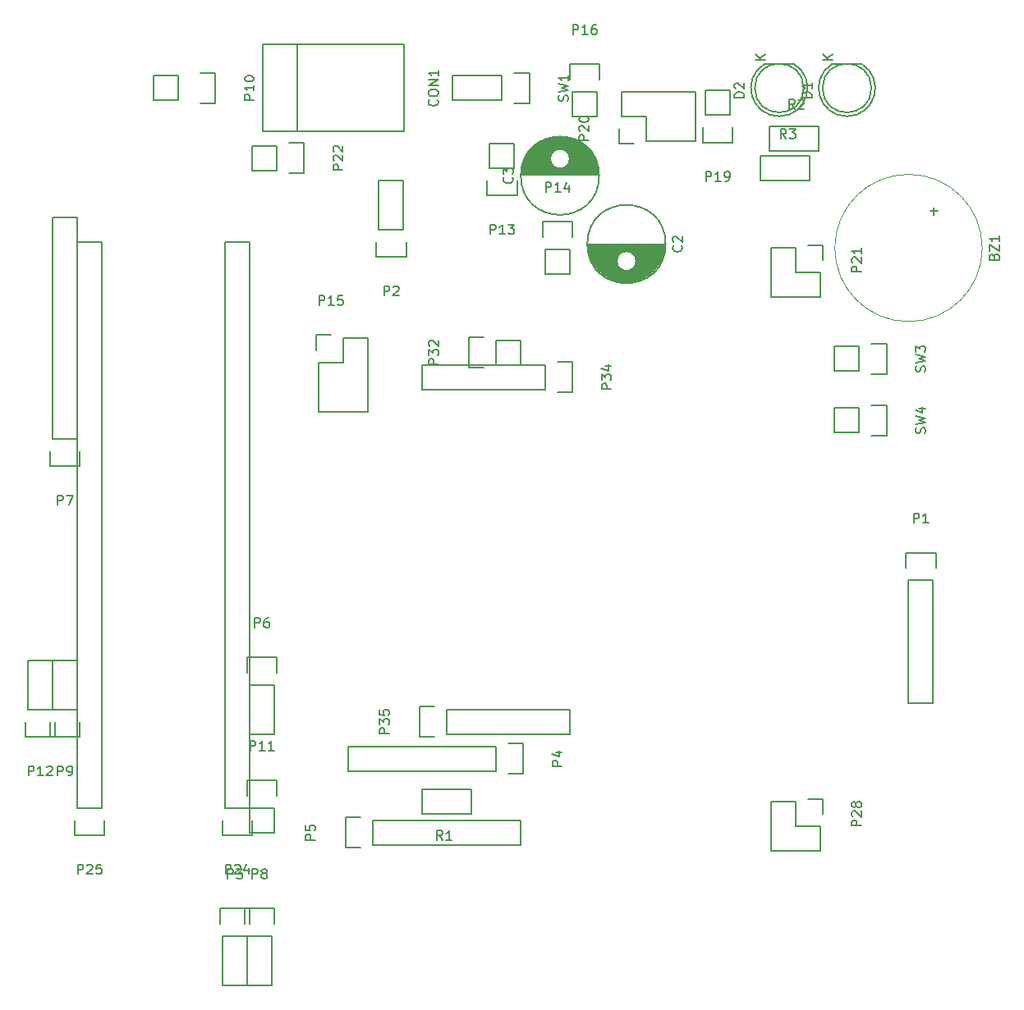
<source format=gbr>
G04 #@! TF.FileFunction,Legend,Top*
%FSLAX46Y46*%
G04 Gerber Fmt 4.6, Leading zero omitted, Abs format (unit mm)*
G04 Created by KiCad (PCBNEW 4.0.5+dfsg1-4) date Sat Dec 23 15:02:43 2017*
%MOMM*%
%LPD*%
G01*
G04 APERTURE LIST*
%ADD10C,0.100000*%
%ADD11C,0.150000*%
%ADD12C,0.120000*%
G04 APERTURE END LIST*
D10*
D11*
X72060000Y-127940000D02*
X72060000Y-69520000D01*
X74600000Y-127940000D02*
X74600000Y-69520000D01*
X74600000Y-69520000D02*
X72060000Y-69520000D01*
X71780000Y-130760000D02*
X71780000Y-129210000D01*
X72060000Y-127940000D02*
X74600000Y-127940000D01*
X74880000Y-129210000D02*
X74880000Y-130760000D01*
X74880000Y-130760000D02*
X71780000Y-130760000D01*
X134670096Y-51160112D02*
G75*
G03X137695000Y-51145000I1524904J-2484888D01*
G01*
X134695000Y-51145000D02*
X137695000Y-51145000D01*
X138712936Y-53645000D02*
G75*
G03X138712936Y-53645000I-2517936J0D01*
G01*
X67250000Y-54915000D02*
X64710000Y-54915000D01*
X71070000Y-55195000D02*
X69520000Y-55195000D01*
X67250000Y-54915000D02*
X67250000Y-52375000D01*
X69520000Y-52095000D02*
X71070000Y-52095000D01*
X71070000Y-52095000D02*
X71070000Y-55195000D01*
X67250000Y-52375000D02*
X64710000Y-52375000D01*
X64710000Y-52375000D02*
X64710000Y-54915000D01*
X132140000Y-69860000D02*
X133690000Y-69860000D01*
X133690000Y-71410000D02*
X133690000Y-69860000D01*
X130870000Y-70140000D02*
X130870000Y-72680000D01*
X130870000Y-72680000D02*
X133410000Y-72680000D01*
X133410000Y-72680000D02*
X133410000Y-75220000D01*
X133410000Y-75220000D02*
X128330000Y-75220000D01*
X128330000Y-75220000D02*
X128330000Y-70140000D01*
X128330000Y-70140000D02*
X130870000Y-70140000D01*
X132140000Y-127000000D02*
X133690000Y-127000000D01*
X133690000Y-128550000D02*
X133690000Y-127000000D01*
X130870000Y-127280000D02*
X130870000Y-129820000D01*
X130870000Y-129820000D02*
X133410000Y-129820000D01*
X133410000Y-129820000D02*
X133410000Y-132360000D01*
X133410000Y-132360000D02*
X128330000Y-132360000D01*
X128330000Y-132360000D02*
X128330000Y-127280000D01*
X128330000Y-127280000D02*
X130870000Y-127280000D01*
X94920000Y-117780000D02*
X107620000Y-117780000D01*
X107620000Y-117780000D02*
X107620000Y-120320000D01*
X107620000Y-120320000D02*
X94920000Y-120320000D01*
X92100000Y-117500000D02*
X93650000Y-117500000D01*
X94920000Y-117780000D02*
X94920000Y-120320000D01*
X93650000Y-120600000D02*
X92100000Y-120600000D01*
X92100000Y-120600000D02*
X92100000Y-117500000D01*
X117461000Y-69821000D02*
X109463000Y-69821000D01*
X117456000Y-69961000D02*
X109468000Y-69961000D01*
X117446000Y-70101000D02*
X109478000Y-70101000D01*
X117431000Y-70241000D02*
X109493000Y-70241000D01*
X117411000Y-70381000D02*
X109513000Y-70381000D01*
X117386000Y-70521000D02*
X113684000Y-70521000D01*
X113240000Y-70521000D02*
X109538000Y-70521000D01*
X117356000Y-70661000D02*
X114012000Y-70661000D01*
X112912000Y-70661000D02*
X109568000Y-70661000D01*
X117320000Y-70801000D02*
X114181000Y-70801000D01*
X112743000Y-70801000D02*
X109604000Y-70801000D01*
X117279000Y-70941000D02*
X114294000Y-70941000D01*
X112630000Y-70941000D02*
X109645000Y-70941000D01*
X117233000Y-71081000D02*
X114372000Y-71081000D01*
X112552000Y-71081000D02*
X109691000Y-71081000D01*
X117180000Y-71221000D02*
X114423000Y-71221000D01*
X112501000Y-71221000D02*
X109744000Y-71221000D01*
X117121000Y-71361000D02*
X114453000Y-71361000D01*
X112471000Y-71361000D02*
X109803000Y-71361000D01*
X117056000Y-71501000D02*
X114462000Y-71501000D01*
X112462000Y-71501000D02*
X109868000Y-71501000D01*
X116985000Y-71641000D02*
X114451000Y-71641000D01*
X112473000Y-71641000D02*
X109939000Y-71641000D01*
X116906000Y-71781000D02*
X114421000Y-71781000D01*
X112503000Y-71781000D02*
X110018000Y-71781000D01*
X116819000Y-71921000D02*
X114367000Y-71921000D01*
X112557000Y-71921000D02*
X110105000Y-71921000D01*
X116724000Y-72061000D02*
X114287000Y-72061000D01*
X112637000Y-72061000D02*
X110200000Y-72061000D01*
X116620000Y-72201000D02*
X114171000Y-72201000D01*
X112753000Y-72201000D02*
X110304000Y-72201000D01*
X116506000Y-72341000D02*
X113997000Y-72341000D01*
X112927000Y-72341000D02*
X110418000Y-72341000D01*
X116381000Y-72481000D02*
X113635000Y-72481000D01*
X113289000Y-72481000D02*
X110543000Y-72481000D01*
X116243000Y-72621000D02*
X110681000Y-72621000D01*
X116091000Y-72761000D02*
X110833000Y-72761000D01*
X115921000Y-72901000D02*
X111003000Y-72901000D01*
X115730000Y-73041000D02*
X111194000Y-73041000D01*
X115512000Y-73181000D02*
X111412000Y-73181000D01*
X115256000Y-73321000D02*
X111668000Y-73321000D01*
X114945000Y-73461000D02*
X111979000Y-73461000D01*
X114529000Y-73601000D02*
X112395000Y-73601000D01*
X113662000Y-73741000D02*
X113262000Y-73741000D01*
X114462000Y-71496000D02*
G75*
G03X114462000Y-71496000I-1000000J0D01*
G01*
X117499500Y-69746000D02*
G75*
G03X117499500Y-69746000I-4037500J0D01*
G01*
X102605000Y-62615000D02*
X110603000Y-62615000D01*
X102610000Y-62475000D02*
X110598000Y-62475000D01*
X102620000Y-62335000D02*
X110588000Y-62335000D01*
X102635000Y-62195000D02*
X110573000Y-62195000D01*
X102655000Y-62055000D02*
X110553000Y-62055000D01*
X102680000Y-61915000D02*
X106382000Y-61915000D01*
X106826000Y-61915000D02*
X110528000Y-61915000D01*
X102710000Y-61775000D02*
X106054000Y-61775000D01*
X107154000Y-61775000D02*
X110498000Y-61775000D01*
X102746000Y-61635000D02*
X105885000Y-61635000D01*
X107323000Y-61635000D02*
X110462000Y-61635000D01*
X102787000Y-61495000D02*
X105772000Y-61495000D01*
X107436000Y-61495000D02*
X110421000Y-61495000D01*
X102833000Y-61355000D02*
X105694000Y-61355000D01*
X107514000Y-61355000D02*
X110375000Y-61355000D01*
X102886000Y-61215000D02*
X105643000Y-61215000D01*
X107565000Y-61215000D02*
X110322000Y-61215000D01*
X102945000Y-61075000D02*
X105613000Y-61075000D01*
X107595000Y-61075000D02*
X110263000Y-61075000D01*
X103010000Y-60935000D02*
X105604000Y-60935000D01*
X107604000Y-60935000D02*
X110198000Y-60935000D01*
X103081000Y-60795000D02*
X105615000Y-60795000D01*
X107593000Y-60795000D02*
X110127000Y-60795000D01*
X103160000Y-60655000D02*
X105645000Y-60655000D01*
X107563000Y-60655000D02*
X110048000Y-60655000D01*
X103247000Y-60515000D02*
X105699000Y-60515000D01*
X107509000Y-60515000D02*
X109961000Y-60515000D01*
X103342000Y-60375000D02*
X105779000Y-60375000D01*
X107429000Y-60375000D02*
X109866000Y-60375000D01*
X103446000Y-60235000D02*
X105895000Y-60235000D01*
X107313000Y-60235000D02*
X109762000Y-60235000D01*
X103560000Y-60095000D02*
X106069000Y-60095000D01*
X107139000Y-60095000D02*
X109648000Y-60095000D01*
X103685000Y-59955000D02*
X106431000Y-59955000D01*
X106777000Y-59955000D02*
X109523000Y-59955000D01*
X103823000Y-59815000D02*
X109385000Y-59815000D01*
X103975000Y-59675000D02*
X109233000Y-59675000D01*
X104145000Y-59535000D02*
X109063000Y-59535000D01*
X104336000Y-59395000D02*
X108872000Y-59395000D01*
X104554000Y-59255000D02*
X108654000Y-59255000D01*
X104810000Y-59115000D02*
X108398000Y-59115000D01*
X105121000Y-58975000D02*
X108087000Y-58975000D01*
X105537000Y-58835000D02*
X107671000Y-58835000D01*
X106404000Y-58695000D02*
X106804000Y-58695000D01*
X107604000Y-60940000D02*
G75*
G03X107604000Y-60940000I-1000000J0D01*
G01*
X110641500Y-62690000D02*
G75*
G03X110641500Y-62690000I-4037500J0D01*
G01*
X79489500Y-49144120D02*
X79489500Y-58145880D01*
X75989380Y-49144120D02*
X75989380Y-58145880D01*
X75989380Y-58145880D02*
X90490240Y-58145880D01*
X90490240Y-58145880D02*
X90490240Y-49144120D01*
X90490240Y-49144120D02*
X75989380Y-49144120D01*
X127685096Y-51160112D02*
G75*
G03X130710000Y-51145000I1524904J-2484888D01*
G01*
X127710000Y-51145000D02*
X130710000Y-51145000D01*
X131727936Y-53645000D02*
G75*
G03X131727936Y-53645000I-2517936J0D01*
G01*
X90475000Y-68250000D02*
X90475000Y-63170000D01*
X90475000Y-63170000D02*
X87935000Y-63170000D01*
X87935000Y-63170000D02*
X87935000Y-68250000D01*
X87655000Y-71070000D02*
X87655000Y-69520000D01*
X87935000Y-68250000D02*
X90475000Y-68250000D01*
X90755000Y-69520000D02*
X90755000Y-71070000D01*
X90755000Y-71070000D02*
X87655000Y-71070000D01*
X100000000Y-124130000D02*
X84760000Y-124130000D01*
X84760000Y-124130000D02*
X84760000Y-121590000D01*
X84760000Y-121590000D02*
X100000000Y-121590000D01*
X102820000Y-124410000D02*
X101270000Y-124410000D01*
X100000000Y-124130000D02*
X100000000Y-121590000D01*
X101270000Y-121310000D02*
X102820000Y-121310000D01*
X102820000Y-121310000D02*
X102820000Y-124410000D01*
X87300000Y-129210000D02*
X102540000Y-129210000D01*
X102540000Y-129210000D02*
X102540000Y-131750000D01*
X102540000Y-131750000D02*
X87300000Y-131750000D01*
X84480000Y-128930000D02*
X86030000Y-128930000D01*
X87300000Y-129210000D02*
X87300000Y-131750000D01*
X86030000Y-132030000D02*
X84480000Y-132030000D01*
X84480000Y-132030000D02*
X84480000Y-128930000D01*
X121590000Y-56439000D02*
X121590000Y-53899000D01*
X121310000Y-59259000D02*
X121310000Y-57709000D01*
X121590000Y-56439000D02*
X124130000Y-56439000D01*
X124410000Y-57709000D02*
X124410000Y-59259000D01*
X124410000Y-59259000D02*
X121310000Y-59259000D01*
X124130000Y-56439000D02*
X124130000Y-53899000D01*
X124130000Y-53899000D02*
X121590000Y-53899000D01*
X115494000Y-59106000D02*
X120574000Y-59106000D01*
X112674000Y-59386000D02*
X112674000Y-57836000D01*
X112954000Y-56566000D02*
X115494000Y-56566000D01*
X115494000Y-56566000D02*
X115494000Y-59106000D01*
X120574000Y-59106000D02*
X120574000Y-54026000D01*
X120574000Y-54026000D02*
X115494000Y-54026000D01*
X112674000Y-59386000D02*
X114224000Y-59386000D01*
X112954000Y-54026000D02*
X112954000Y-56566000D01*
X115494000Y-54026000D02*
X112954000Y-54026000D01*
X77394000Y-62154000D02*
X74854000Y-62154000D01*
X80214000Y-62434000D02*
X78664000Y-62434000D01*
X77394000Y-62154000D02*
X77394000Y-59614000D01*
X78664000Y-59334000D02*
X80214000Y-59334000D01*
X80214000Y-59334000D02*
X80214000Y-62434000D01*
X77394000Y-59614000D02*
X74854000Y-59614000D01*
X74854000Y-59614000D02*
X74854000Y-62154000D01*
X56820000Y-127940000D02*
X56820000Y-69520000D01*
X59360000Y-127940000D02*
X59360000Y-69520000D01*
X59360000Y-69520000D02*
X56820000Y-69520000D01*
X56540000Y-130760000D02*
X56540000Y-129210000D01*
X56820000Y-127940000D02*
X59360000Y-127940000D01*
X59640000Y-129210000D02*
X59640000Y-130760000D01*
X59640000Y-130760000D02*
X56540000Y-130760000D01*
X105080000Y-84760000D02*
X92380000Y-84760000D01*
X92380000Y-84760000D02*
X92380000Y-82220000D01*
X92380000Y-82220000D02*
X105080000Y-82220000D01*
X107900000Y-85040000D02*
X106350000Y-85040000D01*
X105080000Y-84760000D02*
X105080000Y-82220000D01*
X106350000Y-81940000D02*
X107900000Y-81940000D01*
X107900000Y-81940000D02*
X107900000Y-85040000D01*
X97460000Y-128575000D02*
X92380000Y-128575000D01*
X92380000Y-128575000D02*
X92380000Y-126035000D01*
X92380000Y-126035000D02*
X97460000Y-126035000D01*
X97460000Y-126035000D02*
X97460000Y-128575000D01*
X128194000Y-57582000D02*
X133274000Y-57582000D01*
X133274000Y-57582000D02*
X133274000Y-60122000D01*
X133274000Y-60122000D02*
X128194000Y-60122000D01*
X128194000Y-60122000D02*
X128194000Y-57582000D01*
X127305000Y-60630000D02*
X132385000Y-60630000D01*
X132385000Y-60630000D02*
X132385000Y-63170000D01*
X132385000Y-63170000D02*
X127305000Y-63170000D01*
X127305000Y-63170000D02*
X127305000Y-60630000D01*
X100635000Y-52375000D02*
X95555000Y-52375000D01*
X95555000Y-52375000D02*
X95555000Y-54915000D01*
X95555000Y-54915000D02*
X100635000Y-54915000D01*
X103455000Y-55195000D02*
X101905000Y-55195000D01*
X100635000Y-54915000D02*
X100635000Y-52375000D01*
X101905000Y-52095000D02*
X103455000Y-52095000D01*
X103455000Y-52095000D02*
X103455000Y-55195000D01*
X137465000Y-82855000D02*
X134925000Y-82855000D01*
X140285000Y-83135000D02*
X138735000Y-83135000D01*
X137465000Y-82855000D02*
X137465000Y-80315000D01*
X138735000Y-80035000D02*
X140285000Y-80035000D01*
X140285000Y-80035000D02*
X140285000Y-83135000D01*
X137465000Y-80315000D02*
X134925000Y-80315000D01*
X134925000Y-80315000D02*
X134925000Y-82855000D01*
X137465000Y-89205000D02*
X134925000Y-89205000D01*
X140285000Y-89485000D02*
X138735000Y-89485000D01*
X137465000Y-89205000D02*
X137465000Y-86665000D01*
X138735000Y-86385000D02*
X140285000Y-86385000D01*
X140285000Y-86385000D02*
X140285000Y-89485000D01*
X137465000Y-86665000D02*
X134925000Y-86665000D01*
X134925000Y-86665000D02*
X134925000Y-89205000D01*
D12*
X150145000Y-70145000D02*
G75*
G03X150145000Y-70145000I-7600000J0D01*
G01*
D11*
X71806000Y-141148000D02*
X71806000Y-146228000D01*
X71806000Y-146228000D02*
X74346000Y-146228000D01*
X74346000Y-146228000D02*
X74346000Y-141148000D01*
X74626000Y-138328000D02*
X74626000Y-139878000D01*
X74346000Y-141148000D02*
X71806000Y-141148000D01*
X71526000Y-139878000D02*
X71526000Y-138328000D01*
X71526000Y-138328000D02*
X74626000Y-138328000D01*
X74346000Y-141148000D02*
X74346000Y-146228000D01*
X74346000Y-146228000D02*
X76886000Y-146228000D01*
X76886000Y-146228000D02*
X76886000Y-141148000D01*
X77166000Y-138328000D02*
X77166000Y-139878000D01*
X76886000Y-141148000D02*
X74346000Y-141148000D01*
X74066000Y-139878000D02*
X74066000Y-138328000D01*
X74066000Y-138328000D02*
X77166000Y-138328000D01*
X74600000Y-115240000D02*
X74600000Y-120320000D01*
X74600000Y-120320000D02*
X77140000Y-120320000D01*
X77140000Y-120320000D02*
X77140000Y-115240000D01*
X77420000Y-112420000D02*
X77420000Y-113970000D01*
X77140000Y-115240000D02*
X74600000Y-115240000D01*
X74320000Y-113970000D02*
X74320000Y-112420000D01*
X74320000Y-112420000D02*
X77420000Y-112420000D01*
X77140000Y-127940000D02*
X77140000Y-130480000D01*
X77420000Y-125120000D02*
X77420000Y-126670000D01*
X77140000Y-127940000D02*
X74600000Y-127940000D01*
X74320000Y-126670000D02*
X74320000Y-125120000D01*
X74320000Y-125120000D02*
X77420000Y-125120000D01*
X74600000Y-127940000D02*
X74600000Y-130480000D01*
X74600000Y-130480000D02*
X77140000Y-130480000D01*
X100000000Y-79680000D02*
X102540000Y-79680000D01*
X97180000Y-79400000D02*
X98730000Y-79400000D01*
X100000000Y-79680000D02*
X100000000Y-82220000D01*
X98730000Y-82500000D02*
X97180000Y-82500000D01*
X97180000Y-82500000D02*
X97180000Y-79400000D01*
X100000000Y-82220000D02*
X102540000Y-82220000D01*
X102540000Y-82220000D02*
X102540000Y-79680000D01*
X56820000Y-117780000D02*
X56820000Y-112700000D01*
X56820000Y-112700000D02*
X54280000Y-112700000D01*
X54280000Y-112700000D02*
X54280000Y-117780000D01*
X54000000Y-120600000D02*
X54000000Y-119050000D01*
X54280000Y-117780000D02*
X56820000Y-117780000D01*
X57100000Y-119050000D02*
X57100000Y-120600000D01*
X57100000Y-120600000D02*
X54000000Y-120600000D01*
X145085000Y-104445000D02*
X145085000Y-117145000D01*
X145085000Y-117145000D02*
X142545000Y-117145000D01*
X142545000Y-117145000D02*
X142545000Y-104445000D01*
X145365000Y-101625000D02*
X145365000Y-103175000D01*
X145085000Y-104445000D02*
X142545000Y-104445000D01*
X142265000Y-103175000D02*
X142265000Y-101625000D01*
X142265000Y-101625000D02*
X145365000Y-101625000D01*
X54280000Y-89840000D02*
X54280000Y-66980000D01*
X54280000Y-66980000D02*
X56820000Y-66980000D01*
X56820000Y-66980000D02*
X56820000Y-89840000D01*
X54000000Y-92660000D02*
X54000000Y-91110000D01*
X54280000Y-89840000D02*
X56820000Y-89840000D01*
X57100000Y-91110000D02*
X57100000Y-92660000D01*
X57100000Y-92660000D02*
X54000000Y-92660000D01*
X54280000Y-117780000D02*
X54280000Y-112700000D01*
X54280000Y-112700000D02*
X51740000Y-112700000D01*
X51740000Y-112700000D02*
X51740000Y-117780000D01*
X51460000Y-120600000D02*
X51460000Y-119050000D01*
X51740000Y-117780000D02*
X54280000Y-117780000D01*
X54560000Y-119050000D02*
X54560000Y-120600000D01*
X54560000Y-120600000D02*
X51460000Y-120600000D01*
X99365000Y-61900000D02*
X99365000Y-59360000D01*
X99085000Y-64720000D02*
X99085000Y-63170000D01*
X99365000Y-61900000D02*
X101905000Y-61900000D01*
X102185000Y-63170000D02*
X102185000Y-64720000D01*
X102185000Y-64720000D02*
X99085000Y-64720000D01*
X101905000Y-61900000D02*
X101905000Y-59360000D01*
X101905000Y-59360000D02*
X99365000Y-59360000D01*
X107620000Y-70282000D02*
X107620000Y-72822000D01*
X107900000Y-67462000D02*
X107900000Y-69012000D01*
X107620000Y-70282000D02*
X105080000Y-70282000D01*
X104800000Y-69012000D02*
X104800000Y-67462000D01*
X104800000Y-67462000D02*
X107900000Y-67462000D01*
X105080000Y-70282000D02*
X105080000Y-72822000D01*
X105080000Y-72822000D02*
X107620000Y-72822000D01*
X81712000Y-81966000D02*
X81712000Y-87046000D01*
X81432000Y-79146000D02*
X82982000Y-79146000D01*
X84252000Y-79426000D02*
X84252000Y-81966000D01*
X84252000Y-81966000D02*
X81712000Y-81966000D01*
X81712000Y-87046000D02*
X86792000Y-87046000D01*
X86792000Y-87046000D02*
X86792000Y-81966000D01*
X81432000Y-79146000D02*
X81432000Y-80696000D01*
X86792000Y-79426000D02*
X84252000Y-79426000D01*
X86792000Y-81966000D02*
X86792000Y-79426000D01*
X110414000Y-54026000D02*
X110414000Y-56566000D01*
X110694000Y-51206000D02*
X110694000Y-52756000D01*
X110414000Y-54026000D02*
X107874000Y-54026000D01*
X107594000Y-52756000D02*
X107594000Y-51206000D01*
X107594000Y-51206000D02*
X110694000Y-51206000D01*
X107874000Y-54026000D02*
X107874000Y-56566000D01*
X107874000Y-56566000D02*
X110414000Y-56566000D01*
X72115714Y-134762381D02*
X72115714Y-133762381D01*
X72496667Y-133762381D01*
X72591905Y-133810000D01*
X72639524Y-133857619D01*
X72687143Y-133952857D01*
X72687143Y-134095714D01*
X72639524Y-134190952D01*
X72591905Y-134238571D01*
X72496667Y-134286190D01*
X72115714Y-134286190D01*
X73068095Y-133857619D02*
X73115714Y-133810000D01*
X73210952Y-133762381D01*
X73449048Y-133762381D01*
X73544286Y-133810000D01*
X73591905Y-133857619D01*
X73639524Y-133952857D01*
X73639524Y-134048095D01*
X73591905Y-134190952D01*
X73020476Y-134762381D01*
X73639524Y-134762381D01*
X74496667Y-134095714D02*
X74496667Y-134762381D01*
X74258571Y-133714762D02*
X74020476Y-134429048D01*
X74639524Y-134429048D01*
X132583381Y-54637095D02*
X131583381Y-54637095D01*
X131583381Y-54399000D01*
X131631000Y-54256142D01*
X131726238Y-54160904D01*
X131821476Y-54113285D01*
X132011952Y-54065666D01*
X132154810Y-54065666D01*
X132345286Y-54113285D01*
X132440524Y-54160904D01*
X132535762Y-54256142D01*
X132583381Y-54399000D01*
X132583381Y-54637095D01*
X132583381Y-53113285D02*
X132583381Y-53684714D01*
X132583381Y-53399000D02*
X131583381Y-53399000D01*
X131726238Y-53494238D01*
X131821476Y-53589476D01*
X131869095Y-53684714D01*
X134742381Y-50731905D02*
X133742381Y-50731905D01*
X134742381Y-50160476D02*
X134170952Y-50589048D01*
X133742381Y-50160476D02*
X134313810Y-50731905D01*
X75072381Y-54859286D02*
X74072381Y-54859286D01*
X74072381Y-54478333D01*
X74120000Y-54383095D01*
X74167619Y-54335476D01*
X74262857Y-54287857D01*
X74405714Y-54287857D01*
X74500952Y-54335476D01*
X74548571Y-54383095D01*
X74596190Y-54478333D01*
X74596190Y-54859286D01*
X75072381Y-53335476D02*
X75072381Y-53906905D01*
X75072381Y-53621191D02*
X74072381Y-53621191D01*
X74215238Y-53716429D01*
X74310476Y-53811667D01*
X74358095Y-53906905D01*
X74072381Y-52716429D02*
X74072381Y-52621190D01*
X74120000Y-52525952D01*
X74167619Y-52478333D01*
X74262857Y-52430714D01*
X74453333Y-52383095D01*
X74691429Y-52383095D01*
X74881905Y-52430714D01*
X74977143Y-52478333D01*
X75024762Y-52525952D01*
X75072381Y-52621190D01*
X75072381Y-52716429D01*
X75024762Y-52811667D01*
X74977143Y-52859286D01*
X74881905Y-52906905D01*
X74691429Y-52954524D01*
X74453333Y-52954524D01*
X74262857Y-52906905D01*
X74167619Y-52859286D01*
X74120000Y-52811667D01*
X74072381Y-52716429D01*
X137692381Y-72624286D02*
X136692381Y-72624286D01*
X136692381Y-72243333D01*
X136740000Y-72148095D01*
X136787619Y-72100476D01*
X136882857Y-72052857D01*
X137025714Y-72052857D01*
X137120952Y-72100476D01*
X137168571Y-72148095D01*
X137216190Y-72243333D01*
X137216190Y-72624286D01*
X136787619Y-71671905D02*
X136740000Y-71624286D01*
X136692381Y-71529048D01*
X136692381Y-71290952D01*
X136740000Y-71195714D01*
X136787619Y-71148095D01*
X136882857Y-71100476D01*
X136978095Y-71100476D01*
X137120952Y-71148095D01*
X137692381Y-71719524D01*
X137692381Y-71100476D01*
X137692381Y-70148095D02*
X137692381Y-70719524D01*
X137692381Y-70433810D02*
X136692381Y-70433810D01*
X136835238Y-70529048D01*
X136930476Y-70624286D01*
X136978095Y-70719524D01*
X137692381Y-129764286D02*
X136692381Y-129764286D01*
X136692381Y-129383333D01*
X136740000Y-129288095D01*
X136787619Y-129240476D01*
X136882857Y-129192857D01*
X137025714Y-129192857D01*
X137120952Y-129240476D01*
X137168571Y-129288095D01*
X137216190Y-129383333D01*
X137216190Y-129764286D01*
X136787619Y-128811905D02*
X136740000Y-128764286D01*
X136692381Y-128669048D01*
X136692381Y-128430952D01*
X136740000Y-128335714D01*
X136787619Y-128288095D01*
X136882857Y-128240476D01*
X136978095Y-128240476D01*
X137120952Y-128288095D01*
X137692381Y-128859524D01*
X137692381Y-128240476D01*
X137120952Y-127669048D02*
X137073333Y-127764286D01*
X137025714Y-127811905D01*
X136930476Y-127859524D01*
X136882857Y-127859524D01*
X136787619Y-127811905D01*
X136740000Y-127764286D01*
X136692381Y-127669048D01*
X136692381Y-127478571D01*
X136740000Y-127383333D01*
X136787619Y-127335714D01*
X136882857Y-127288095D01*
X136930476Y-127288095D01*
X137025714Y-127335714D01*
X137073333Y-127383333D01*
X137120952Y-127478571D01*
X137120952Y-127669048D01*
X137168571Y-127764286D01*
X137216190Y-127811905D01*
X137311429Y-127859524D01*
X137501905Y-127859524D01*
X137597143Y-127811905D01*
X137644762Y-127764286D01*
X137692381Y-127669048D01*
X137692381Y-127478571D01*
X137644762Y-127383333D01*
X137597143Y-127335714D01*
X137501905Y-127288095D01*
X137311429Y-127288095D01*
X137216190Y-127335714D01*
X137168571Y-127383333D01*
X137120952Y-127478571D01*
X89002381Y-120264286D02*
X88002381Y-120264286D01*
X88002381Y-119883333D01*
X88050000Y-119788095D01*
X88097619Y-119740476D01*
X88192857Y-119692857D01*
X88335714Y-119692857D01*
X88430952Y-119740476D01*
X88478571Y-119788095D01*
X88526190Y-119883333D01*
X88526190Y-120264286D01*
X88002381Y-119359524D02*
X88002381Y-118740476D01*
X88383333Y-119073810D01*
X88383333Y-118930952D01*
X88430952Y-118835714D01*
X88478571Y-118788095D01*
X88573810Y-118740476D01*
X88811905Y-118740476D01*
X88907143Y-118788095D01*
X88954762Y-118835714D01*
X89002381Y-118930952D01*
X89002381Y-119216667D01*
X88954762Y-119311905D01*
X88907143Y-119359524D01*
X88002381Y-117835714D02*
X88002381Y-118311905D01*
X88478571Y-118359524D01*
X88430952Y-118311905D01*
X88383333Y-118216667D01*
X88383333Y-117978571D01*
X88430952Y-117883333D01*
X88478571Y-117835714D01*
X88573810Y-117788095D01*
X88811905Y-117788095D01*
X88907143Y-117835714D01*
X88954762Y-117883333D01*
X89002381Y-117978571D01*
X89002381Y-118216667D01*
X88954762Y-118311905D01*
X88907143Y-118359524D01*
X119119143Y-69912666D02*
X119166762Y-69960285D01*
X119214381Y-70103142D01*
X119214381Y-70198380D01*
X119166762Y-70341238D01*
X119071524Y-70436476D01*
X118976286Y-70484095D01*
X118785810Y-70531714D01*
X118642952Y-70531714D01*
X118452476Y-70484095D01*
X118357238Y-70436476D01*
X118262000Y-70341238D01*
X118214381Y-70198380D01*
X118214381Y-70103142D01*
X118262000Y-69960285D01*
X118309619Y-69912666D01*
X118309619Y-69531714D02*
X118262000Y-69484095D01*
X118214381Y-69388857D01*
X118214381Y-69150761D01*
X118262000Y-69055523D01*
X118309619Y-69007904D01*
X118404857Y-68960285D01*
X118500095Y-68960285D01*
X118642952Y-69007904D01*
X119214381Y-69579333D01*
X119214381Y-68960285D01*
X101661143Y-62856666D02*
X101708762Y-62904285D01*
X101756381Y-63047142D01*
X101756381Y-63142380D01*
X101708762Y-63285238D01*
X101613524Y-63380476D01*
X101518286Y-63428095D01*
X101327810Y-63475714D01*
X101184952Y-63475714D01*
X100994476Y-63428095D01*
X100899238Y-63380476D01*
X100804000Y-63285238D01*
X100756381Y-63142380D01*
X100756381Y-63047142D01*
X100804000Y-62904285D01*
X100851619Y-62856666D01*
X100756381Y-62523333D02*
X100756381Y-61904285D01*
X101137333Y-62237619D01*
X101137333Y-62094761D01*
X101184952Y-61999523D01*
X101232571Y-61951904D01*
X101327810Y-61904285D01*
X101565905Y-61904285D01*
X101661143Y-61951904D01*
X101708762Y-61999523D01*
X101756381Y-62094761D01*
X101756381Y-62380476D01*
X101708762Y-62475714D01*
X101661143Y-62523333D01*
X93946183Y-54859285D02*
X93993802Y-54906904D01*
X94041421Y-55049761D01*
X94041421Y-55144999D01*
X93993802Y-55287857D01*
X93898564Y-55383095D01*
X93803326Y-55430714D01*
X93612850Y-55478333D01*
X93469992Y-55478333D01*
X93279516Y-55430714D01*
X93184278Y-55383095D01*
X93089040Y-55287857D01*
X93041421Y-55144999D01*
X93041421Y-55049761D01*
X93089040Y-54906904D01*
X93136659Y-54859285D01*
X93041421Y-54240238D02*
X93041421Y-54049761D01*
X93089040Y-53954523D01*
X93184278Y-53859285D01*
X93374754Y-53811666D01*
X93708088Y-53811666D01*
X93898564Y-53859285D01*
X93993802Y-53954523D01*
X94041421Y-54049761D01*
X94041421Y-54240238D01*
X93993802Y-54335476D01*
X93898564Y-54430714D01*
X93708088Y-54478333D01*
X93374754Y-54478333D01*
X93184278Y-54430714D01*
X93089040Y-54335476D01*
X93041421Y-54240238D01*
X94041421Y-53383095D02*
X93041421Y-53383095D01*
X94041421Y-52811666D01*
X93041421Y-52811666D01*
X94041421Y-51811666D02*
X94041421Y-52383095D01*
X94041421Y-52097381D02*
X93041421Y-52097381D01*
X93184278Y-52192619D01*
X93279516Y-52287857D01*
X93327135Y-52383095D01*
X125598381Y-54637095D02*
X124598381Y-54637095D01*
X124598381Y-54399000D01*
X124646000Y-54256142D01*
X124741238Y-54160904D01*
X124836476Y-54113285D01*
X125026952Y-54065666D01*
X125169810Y-54065666D01*
X125360286Y-54113285D01*
X125455524Y-54160904D01*
X125550762Y-54256142D01*
X125598381Y-54399000D01*
X125598381Y-54637095D01*
X124693619Y-53684714D02*
X124646000Y-53637095D01*
X124598381Y-53541857D01*
X124598381Y-53303761D01*
X124646000Y-53208523D01*
X124693619Y-53160904D01*
X124788857Y-53113285D01*
X124884095Y-53113285D01*
X125026952Y-53160904D01*
X125598381Y-53732333D01*
X125598381Y-53113285D01*
X127757381Y-50731905D02*
X126757381Y-50731905D01*
X127757381Y-50160476D02*
X127185952Y-50589048D01*
X126757381Y-50160476D02*
X127328810Y-50731905D01*
X88466905Y-75072381D02*
X88466905Y-74072381D01*
X88847858Y-74072381D01*
X88943096Y-74120000D01*
X88990715Y-74167619D01*
X89038334Y-74262857D01*
X89038334Y-74405714D01*
X88990715Y-74500952D01*
X88943096Y-74548571D01*
X88847858Y-74596190D01*
X88466905Y-74596190D01*
X89419286Y-74167619D02*
X89466905Y-74120000D01*
X89562143Y-74072381D01*
X89800239Y-74072381D01*
X89895477Y-74120000D01*
X89943096Y-74167619D01*
X89990715Y-74262857D01*
X89990715Y-74358095D01*
X89943096Y-74500952D01*
X89371667Y-75072381D01*
X89990715Y-75072381D01*
X106822381Y-123598095D02*
X105822381Y-123598095D01*
X105822381Y-123217142D01*
X105870000Y-123121904D01*
X105917619Y-123074285D01*
X106012857Y-123026666D01*
X106155714Y-123026666D01*
X106250952Y-123074285D01*
X106298571Y-123121904D01*
X106346190Y-123217142D01*
X106346190Y-123598095D01*
X106155714Y-122169523D02*
X106822381Y-122169523D01*
X105774762Y-122407619D02*
X106489048Y-122645714D01*
X106489048Y-122026666D01*
X81382381Y-131218095D02*
X80382381Y-131218095D01*
X80382381Y-130837142D01*
X80430000Y-130741904D01*
X80477619Y-130694285D01*
X80572857Y-130646666D01*
X80715714Y-130646666D01*
X80810952Y-130694285D01*
X80858571Y-130741904D01*
X80906190Y-130837142D01*
X80906190Y-131218095D01*
X80382381Y-129741904D02*
X80382381Y-130218095D01*
X80858571Y-130265714D01*
X80810952Y-130218095D01*
X80763333Y-130122857D01*
X80763333Y-129884761D01*
X80810952Y-129789523D01*
X80858571Y-129741904D01*
X80953810Y-129694285D01*
X81191905Y-129694285D01*
X81287143Y-129741904D01*
X81334762Y-129789523D01*
X81382381Y-129884761D01*
X81382381Y-130122857D01*
X81334762Y-130218095D01*
X81287143Y-130265714D01*
X121645714Y-63261381D02*
X121645714Y-62261381D01*
X122026667Y-62261381D01*
X122121905Y-62309000D01*
X122169524Y-62356619D01*
X122217143Y-62451857D01*
X122217143Y-62594714D01*
X122169524Y-62689952D01*
X122121905Y-62737571D01*
X122026667Y-62785190D01*
X121645714Y-62785190D01*
X123169524Y-63261381D02*
X122598095Y-63261381D01*
X122883809Y-63261381D02*
X122883809Y-62261381D01*
X122788571Y-62404238D01*
X122693333Y-62499476D01*
X122598095Y-62547095D01*
X123645714Y-63261381D02*
X123836190Y-63261381D01*
X123931429Y-63213762D01*
X123979048Y-63166143D01*
X124074286Y-63023286D01*
X124121905Y-62832810D01*
X124121905Y-62451857D01*
X124074286Y-62356619D01*
X124026667Y-62309000D01*
X123931429Y-62261381D01*
X123740952Y-62261381D01*
X123645714Y-62309000D01*
X123598095Y-62356619D01*
X123550476Y-62451857D01*
X123550476Y-62689952D01*
X123598095Y-62785190D01*
X123645714Y-62832810D01*
X123740952Y-62880429D01*
X123931429Y-62880429D01*
X124026667Y-62832810D01*
X124074286Y-62785190D01*
X124121905Y-62689952D01*
X109576381Y-59050286D02*
X108576381Y-59050286D01*
X108576381Y-58669333D01*
X108624000Y-58574095D01*
X108671619Y-58526476D01*
X108766857Y-58478857D01*
X108909714Y-58478857D01*
X109004952Y-58526476D01*
X109052571Y-58574095D01*
X109100190Y-58669333D01*
X109100190Y-59050286D01*
X108671619Y-58097905D02*
X108624000Y-58050286D01*
X108576381Y-57955048D01*
X108576381Y-57716952D01*
X108624000Y-57621714D01*
X108671619Y-57574095D01*
X108766857Y-57526476D01*
X108862095Y-57526476D01*
X109004952Y-57574095D01*
X109576381Y-58145524D01*
X109576381Y-57526476D01*
X108576381Y-56907429D02*
X108576381Y-56812190D01*
X108624000Y-56716952D01*
X108671619Y-56669333D01*
X108766857Y-56621714D01*
X108957333Y-56574095D01*
X109195429Y-56574095D01*
X109385905Y-56621714D01*
X109481143Y-56669333D01*
X109528762Y-56716952D01*
X109576381Y-56812190D01*
X109576381Y-56907429D01*
X109528762Y-57002667D01*
X109481143Y-57050286D01*
X109385905Y-57097905D01*
X109195429Y-57145524D01*
X108957333Y-57145524D01*
X108766857Y-57097905D01*
X108671619Y-57050286D01*
X108624000Y-57002667D01*
X108576381Y-56907429D01*
X84216381Y-62098286D02*
X83216381Y-62098286D01*
X83216381Y-61717333D01*
X83264000Y-61622095D01*
X83311619Y-61574476D01*
X83406857Y-61526857D01*
X83549714Y-61526857D01*
X83644952Y-61574476D01*
X83692571Y-61622095D01*
X83740190Y-61717333D01*
X83740190Y-62098286D01*
X83311619Y-61145905D02*
X83264000Y-61098286D01*
X83216381Y-61003048D01*
X83216381Y-60764952D01*
X83264000Y-60669714D01*
X83311619Y-60622095D01*
X83406857Y-60574476D01*
X83502095Y-60574476D01*
X83644952Y-60622095D01*
X84216381Y-61193524D01*
X84216381Y-60574476D01*
X83311619Y-60193524D02*
X83264000Y-60145905D01*
X83216381Y-60050667D01*
X83216381Y-59812571D01*
X83264000Y-59717333D01*
X83311619Y-59669714D01*
X83406857Y-59622095D01*
X83502095Y-59622095D01*
X83644952Y-59669714D01*
X84216381Y-60241143D01*
X84216381Y-59622095D01*
X56875714Y-134762381D02*
X56875714Y-133762381D01*
X57256667Y-133762381D01*
X57351905Y-133810000D01*
X57399524Y-133857619D01*
X57447143Y-133952857D01*
X57447143Y-134095714D01*
X57399524Y-134190952D01*
X57351905Y-134238571D01*
X57256667Y-134286190D01*
X56875714Y-134286190D01*
X57828095Y-133857619D02*
X57875714Y-133810000D01*
X57970952Y-133762381D01*
X58209048Y-133762381D01*
X58304286Y-133810000D01*
X58351905Y-133857619D01*
X58399524Y-133952857D01*
X58399524Y-134048095D01*
X58351905Y-134190952D01*
X57780476Y-134762381D01*
X58399524Y-134762381D01*
X59304286Y-133762381D02*
X58828095Y-133762381D01*
X58780476Y-134238571D01*
X58828095Y-134190952D01*
X58923333Y-134143333D01*
X59161429Y-134143333D01*
X59256667Y-134190952D01*
X59304286Y-134238571D01*
X59351905Y-134333810D01*
X59351905Y-134571905D01*
X59304286Y-134667143D01*
X59256667Y-134714762D01*
X59161429Y-134762381D01*
X58923333Y-134762381D01*
X58828095Y-134714762D01*
X58780476Y-134667143D01*
X111902381Y-84704286D02*
X110902381Y-84704286D01*
X110902381Y-84323333D01*
X110950000Y-84228095D01*
X110997619Y-84180476D01*
X111092857Y-84132857D01*
X111235714Y-84132857D01*
X111330952Y-84180476D01*
X111378571Y-84228095D01*
X111426190Y-84323333D01*
X111426190Y-84704286D01*
X110902381Y-83799524D02*
X110902381Y-83180476D01*
X111283333Y-83513810D01*
X111283333Y-83370952D01*
X111330952Y-83275714D01*
X111378571Y-83228095D01*
X111473810Y-83180476D01*
X111711905Y-83180476D01*
X111807143Y-83228095D01*
X111854762Y-83275714D01*
X111902381Y-83370952D01*
X111902381Y-83656667D01*
X111854762Y-83751905D01*
X111807143Y-83799524D01*
X111235714Y-82323333D02*
X111902381Y-82323333D01*
X110854762Y-82561429D02*
X111569048Y-82799524D01*
X111569048Y-82180476D01*
X94504414Y-131257501D02*
X94171080Y-130781310D01*
X93932985Y-131257501D02*
X93932985Y-130257501D01*
X94313938Y-130257501D01*
X94409176Y-130305120D01*
X94456795Y-130352739D01*
X94504414Y-130447977D01*
X94504414Y-130590834D01*
X94456795Y-130686072D01*
X94409176Y-130733691D01*
X94313938Y-130781310D01*
X93932985Y-130781310D01*
X95456795Y-131257501D02*
X94885366Y-131257501D01*
X95171080Y-131257501D02*
X95171080Y-130257501D01*
X95075842Y-130400358D01*
X94980604Y-130495596D01*
X94885366Y-130543215D01*
X130816254Y-55804261D02*
X130482920Y-55328070D01*
X130244825Y-55804261D02*
X130244825Y-54804261D01*
X130625778Y-54804261D01*
X130721016Y-54851880D01*
X130768635Y-54899499D01*
X130816254Y-54994737D01*
X130816254Y-55137594D01*
X130768635Y-55232832D01*
X130721016Y-55280451D01*
X130625778Y-55328070D01*
X130244825Y-55328070D01*
X131197206Y-54899499D02*
X131244825Y-54851880D01*
X131340063Y-54804261D01*
X131578159Y-54804261D01*
X131673397Y-54851880D01*
X131721016Y-54899499D01*
X131768635Y-54994737D01*
X131768635Y-55089975D01*
X131721016Y-55232832D01*
X131149587Y-55804261D01*
X131768635Y-55804261D01*
X129927254Y-58852261D02*
X129593920Y-58376070D01*
X129355825Y-58852261D02*
X129355825Y-57852261D01*
X129736778Y-57852261D01*
X129832016Y-57899880D01*
X129879635Y-57947499D01*
X129927254Y-58042737D01*
X129927254Y-58185594D01*
X129879635Y-58280832D01*
X129832016Y-58328451D01*
X129736778Y-58376070D01*
X129355825Y-58376070D01*
X130260587Y-57852261D02*
X130879635Y-57852261D01*
X130546301Y-58233213D01*
X130689159Y-58233213D01*
X130784397Y-58280832D01*
X130832016Y-58328451D01*
X130879635Y-58423690D01*
X130879635Y-58661785D01*
X130832016Y-58757023D01*
X130784397Y-58804642D01*
X130689159Y-58852261D01*
X130403444Y-58852261D01*
X130308206Y-58804642D01*
X130260587Y-58757023D01*
X107409762Y-54978333D02*
X107457381Y-54835476D01*
X107457381Y-54597380D01*
X107409762Y-54502142D01*
X107362143Y-54454523D01*
X107266905Y-54406904D01*
X107171667Y-54406904D01*
X107076429Y-54454523D01*
X107028810Y-54502142D01*
X106981190Y-54597380D01*
X106933571Y-54787857D01*
X106885952Y-54883095D01*
X106838333Y-54930714D01*
X106743095Y-54978333D01*
X106647857Y-54978333D01*
X106552619Y-54930714D01*
X106505000Y-54883095D01*
X106457381Y-54787857D01*
X106457381Y-54549761D01*
X106505000Y-54406904D01*
X106457381Y-54073571D02*
X107457381Y-53835476D01*
X106743095Y-53644999D01*
X107457381Y-53454523D01*
X106457381Y-53216428D01*
X107457381Y-52311666D02*
X107457381Y-52883095D01*
X107457381Y-52597381D02*
X106457381Y-52597381D01*
X106600238Y-52692619D01*
X106695476Y-52787857D01*
X106743095Y-52883095D01*
X144239762Y-82918333D02*
X144287381Y-82775476D01*
X144287381Y-82537380D01*
X144239762Y-82442142D01*
X144192143Y-82394523D01*
X144096905Y-82346904D01*
X144001667Y-82346904D01*
X143906429Y-82394523D01*
X143858810Y-82442142D01*
X143811190Y-82537380D01*
X143763571Y-82727857D01*
X143715952Y-82823095D01*
X143668333Y-82870714D01*
X143573095Y-82918333D01*
X143477857Y-82918333D01*
X143382619Y-82870714D01*
X143335000Y-82823095D01*
X143287381Y-82727857D01*
X143287381Y-82489761D01*
X143335000Y-82346904D01*
X143287381Y-82013571D02*
X144287381Y-81775476D01*
X143573095Y-81584999D01*
X144287381Y-81394523D01*
X143287381Y-81156428D01*
X143287381Y-80870714D02*
X143287381Y-80251666D01*
X143668333Y-80585000D01*
X143668333Y-80442142D01*
X143715952Y-80346904D01*
X143763571Y-80299285D01*
X143858810Y-80251666D01*
X144096905Y-80251666D01*
X144192143Y-80299285D01*
X144239762Y-80346904D01*
X144287381Y-80442142D01*
X144287381Y-80727857D01*
X144239762Y-80823095D01*
X144192143Y-80870714D01*
X144239762Y-89268333D02*
X144287381Y-89125476D01*
X144287381Y-88887380D01*
X144239762Y-88792142D01*
X144192143Y-88744523D01*
X144096905Y-88696904D01*
X144001667Y-88696904D01*
X143906429Y-88744523D01*
X143858810Y-88792142D01*
X143811190Y-88887380D01*
X143763571Y-89077857D01*
X143715952Y-89173095D01*
X143668333Y-89220714D01*
X143573095Y-89268333D01*
X143477857Y-89268333D01*
X143382619Y-89220714D01*
X143335000Y-89173095D01*
X143287381Y-89077857D01*
X143287381Y-88839761D01*
X143335000Y-88696904D01*
X143287381Y-88363571D02*
X144287381Y-88125476D01*
X143573095Y-87934999D01*
X144287381Y-87744523D01*
X143287381Y-87506428D01*
X143620714Y-86696904D02*
X144287381Y-86696904D01*
X143239762Y-86935000D02*
X143954048Y-87173095D01*
X143954048Y-86554047D01*
X151363571Y-71035952D02*
X151411190Y-70893095D01*
X151458810Y-70845476D01*
X151554048Y-70797857D01*
X151696905Y-70797857D01*
X151792143Y-70845476D01*
X151839762Y-70893095D01*
X151887381Y-70988333D01*
X151887381Y-71369286D01*
X150887381Y-71369286D01*
X150887381Y-71035952D01*
X150935000Y-70940714D01*
X150982619Y-70893095D01*
X151077857Y-70845476D01*
X151173095Y-70845476D01*
X151268333Y-70893095D01*
X151315952Y-70940714D01*
X151363571Y-71035952D01*
X151363571Y-71369286D01*
X150887381Y-70464524D02*
X150887381Y-69797857D01*
X151887381Y-70464524D01*
X151887381Y-69797857D01*
X151887381Y-68893095D02*
X151887381Y-69464524D01*
X151887381Y-69178810D02*
X150887381Y-69178810D01*
X151030238Y-69274048D01*
X151125476Y-69369286D01*
X151173095Y-69464524D01*
X145156429Y-66715952D02*
X145156429Y-65954047D01*
X145537381Y-66334999D02*
X144775476Y-66334999D01*
X72337905Y-135230381D02*
X72337905Y-134230381D01*
X72718858Y-134230381D01*
X72814096Y-134278000D01*
X72861715Y-134325619D01*
X72909334Y-134420857D01*
X72909334Y-134563714D01*
X72861715Y-134658952D01*
X72814096Y-134706571D01*
X72718858Y-134754190D01*
X72337905Y-134754190D01*
X73242667Y-134230381D02*
X73861715Y-134230381D01*
X73528381Y-134611333D01*
X73671239Y-134611333D01*
X73766477Y-134658952D01*
X73814096Y-134706571D01*
X73861715Y-134801810D01*
X73861715Y-135039905D01*
X73814096Y-135135143D01*
X73766477Y-135182762D01*
X73671239Y-135230381D01*
X73385524Y-135230381D01*
X73290286Y-135182762D01*
X73242667Y-135135143D01*
X74877905Y-135230381D02*
X74877905Y-134230381D01*
X75258858Y-134230381D01*
X75354096Y-134278000D01*
X75401715Y-134325619D01*
X75449334Y-134420857D01*
X75449334Y-134563714D01*
X75401715Y-134658952D01*
X75354096Y-134706571D01*
X75258858Y-134754190D01*
X74877905Y-134754190D01*
X76020762Y-134658952D02*
X75925524Y-134611333D01*
X75877905Y-134563714D01*
X75830286Y-134468476D01*
X75830286Y-134420857D01*
X75877905Y-134325619D01*
X75925524Y-134278000D01*
X76020762Y-134230381D01*
X76211239Y-134230381D01*
X76306477Y-134278000D01*
X76354096Y-134325619D01*
X76401715Y-134420857D01*
X76401715Y-134468476D01*
X76354096Y-134563714D01*
X76306477Y-134611333D01*
X76211239Y-134658952D01*
X76020762Y-134658952D01*
X75925524Y-134706571D01*
X75877905Y-134754190D01*
X75830286Y-134849429D01*
X75830286Y-135039905D01*
X75877905Y-135135143D01*
X75925524Y-135182762D01*
X76020762Y-135230381D01*
X76211239Y-135230381D01*
X76306477Y-135182762D01*
X76354096Y-135135143D01*
X76401715Y-135039905D01*
X76401715Y-134849429D01*
X76354096Y-134754190D01*
X76306477Y-134706571D01*
X76211239Y-134658952D01*
X75131905Y-109322381D02*
X75131905Y-108322381D01*
X75512858Y-108322381D01*
X75608096Y-108370000D01*
X75655715Y-108417619D01*
X75703334Y-108512857D01*
X75703334Y-108655714D01*
X75655715Y-108750952D01*
X75608096Y-108798571D01*
X75512858Y-108846190D01*
X75131905Y-108846190D01*
X76560477Y-108322381D02*
X76370000Y-108322381D01*
X76274762Y-108370000D01*
X76227143Y-108417619D01*
X76131905Y-108560476D01*
X76084286Y-108750952D01*
X76084286Y-109131905D01*
X76131905Y-109227143D01*
X76179524Y-109274762D01*
X76274762Y-109322381D01*
X76465239Y-109322381D01*
X76560477Y-109274762D01*
X76608096Y-109227143D01*
X76655715Y-109131905D01*
X76655715Y-108893810D01*
X76608096Y-108798571D01*
X76560477Y-108750952D01*
X76465239Y-108703333D01*
X76274762Y-108703333D01*
X76179524Y-108750952D01*
X76131905Y-108798571D01*
X76084286Y-108893810D01*
X74655714Y-122022381D02*
X74655714Y-121022381D01*
X75036667Y-121022381D01*
X75131905Y-121070000D01*
X75179524Y-121117619D01*
X75227143Y-121212857D01*
X75227143Y-121355714D01*
X75179524Y-121450952D01*
X75131905Y-121498571D01*
X75036667Y-121546190D01*
X74655714Y-121546190D01*
X76179524Y-122022381D02*
X75608095Y-122022381D01*
X75893809Y-122022381D02*
X75893809Y-121022381D01*
X75798571Y-121165238D01*
X75703333Y-121260476D01*
X75608095Y-121308095D01*
X77131905Y-122022381D02*
X76560476Y-122022381D01*
X76846190Y-122022381D02*
X76846190Y-121022381D01*
X76750952Y-121165238D01*
X76655714Y-121260476D01*
X76560476Y-121308095D01*
X94082381Y-82164286D02*
X93082381Y-82164286D01*
X93082381Y-81783333D01*
X93130000Y-81688095D01*
X93177619Y-81640476D01*
X93272857Y-81592857D01*
X93415714Y-81592857D01*
X93510952Y-81640476D01*
X93558571Y-81688095D01*
X93606190Y-81783333D01*
X93606190Y-82164286D01*
X93082381Y-81259524D02*
X93082381Y-80640476D01*
X93463333Y-80973810D01*
X93463333Y-80830952D01*
X93510952Y-80735714D01*
X93558571Y-80688095D01*
X93653810Y-80640476D01*
X93891905Y-80640476D01*
X93987143Y-80688095D01*
X94034762Y-80735714D01*
X94082381Y-80830952D01*
X94082381Y-81116667D01*
X94034762Y-81211905D01*
X93987143Y-81259524D01*
X93177619Y-80259524D02*
X93130000Y-80211905D01*
X93082381Y-80116667D01*
X93082381Y-79878571D01*
X93130000Y-79783333D01*
X93177619Y-79735714D01*
X93272857Y-79688095D01*
X93368095Y-79688095D01*
X93510952Y-79735714D01*
X94082381Y-80307143D01*
X94082381Y-79688095D01*
X54811905Y-124602381D02*
X54811905Y-123602381D01*
X55192858Y-123602381D01*
X55288096Y-123650000D01*
X55335715Y-123697619D01*
X55383334Y-123792857D01*
X55383334Y-123935714D01*
X55335715Y-124030952D01*
X55288096Y-124078571D01*
X55192858Y-124126190D01*
X54811905Y-124126190D01*
X55859524Y-124602381D02*
X56050000Y-124602381D01*
X56145239Y-124554762D01*
X56192858Y-124507143D01*
X56288096Y-124364286D01*
X56335715Y-124173810D01*
X56335715Y-123792857D01*
X56288096Y-123697619D01*
X56240477Y-123650000D01*
X56145239Y-123602381D01*
X55954762Y-123602381D01*
X55859524Y-123650000D01*
X55811905Y-123697619D01*
X55764286Y-123792857D01*
X55764286Y-124030952D01*
X55811905Y-124126190D01*
X55859524Y-124173810D01*
X55954762Y-124221429D01*
X56145239Y-124221429D01*
X56240477Y-124173810D01*
X56288096Y-124126190D01*
X56335715Y-124030952D01*
X143076905Y-98527381D02*
X143076905Y-97527381D01*
X143457858Y-97527381D01*
X143553096Y-97575000D01*
X143600715Y-97622619D01*
X143648334Y-97717857D01*
X143648334Y-97860714D01*
X143600715Y-97955952D01*
X143553096Y-98003571D01*
X143457858Y-98051190D01*
X143076905Y-98051190D01*
X144600715Y-98527381D02*
X144029286Y-98527381D01*
X144315000Y-98527381D02*
X144315000Y-97527381D01*
X144219762Y-97670238D01*
X144124524Y-97765476D01*
X144029286Y-97813095D01*
X54811905Y-96662381D02*
X54811905Y-95662381D01*
X55192858Y-95662381D01*
X55288096Y-95710000D01*
X55335715Y-95757619D01*
X55383334Y-95852857D01*
X55383334Y-95995714D01*
X55335715Y-96090952D01*
X55288096Y-96138571D01*
X55192858Y-96186190D01*
X54811905Y-96186190D01*
X55716667Y-95662381D02*
X56383334Y-95662381D01*
X55954762Y-96662381D01*
X51795714Y-124602381D02*
X51795714Y-123602381D01*
X52176667Y-123602381D01*
X52271905Y-123650000D01*
X52319524Y-123697619D01*
X52367143Y-123792857D01*
X52367143Y-123935714D01*
X52319524Y-124030952D01*
X52271905Y-124078571D01*
X52176667Y-124126190D01*
X51795714Y-124126190D01*
X53319524Y-124602381D02*
X52748095Y-124602381D01*
X53033809Y-124602381D02*
X53033809Y-123602381D01*
X52938571Y-123745238D01*
X52843333Y-123840476D01*
X52748095Y-123888095D01*
X53700476Y-123697619D02*
X53748095Y-123650000D01*
X53843333Y-123602381D01*
X54081429Y-123602381D01*
X54176667Y-123650000D01*
X54224286Y-123697619D01*
X54271905Y-123792857D01*
X54271905Y-123888095D01*
X54224286Y-124030952D01*
X53652857Y-124602381D01*
X54271905Y-124602381D01*
X99420714Y-68722381D02*
X99420714Y-67722381D01*
X99801667Y-67722381D01*
X99896905Y-67770000D01*
X99944524Y-67817619D01*
X99992143Y-67912857D01*
X99992143Y-68055714D01*
X99944524Y-68150952D01*
X99896905Y-68198571D01*
X99801667Y-68246190D01*
X99420714Y-68246190D01*
X100944524Y-68722381D02*
X100373095Y-68722381D01*
X100658809Y-68722381D02*
X100658809Y-67722381D01*
X100563571Y-67865238D01*
X100468333Y-67960476D01*
X100373095Y-68008095D01*
X101277857Y-67722381D02*
X101896905Y-67722381D01*
X101563571Y-68103333D01*
X101706429Y-68103333D01*
X101801667Y-68150952D01*
X101849286Y-68198571D01*
X101896905Y-68293810D01*
X101896905Y-68531905D01*
X101849286Y-68627143D01*
X101801667Y-68674762D01*
X101706429Y-68722381D01*
X101420714Y-68722381D01*
X101325476Y-68674762D01*
X101277857Y-68627143D01*
X105135714Y-64364381D02*
X105135714Y-63364381D01*
X105516667Y-63364381D01*
X105611905Y-63412000D01*
X105659524Y-63459619D01*
X105707143Y-63554857D01*
X105707143Y-63697714D01*
X105659524Y-63792952D01*
X105611905Y-63840571D01*
X105516667Y-63888190D01*
X105135714Y-63888190D01*
X106659524Y-64364381D02*
X106088095Y-64364381D01*
X106373809Y-64364381D02*
X106373809Y-63364381D01*
X106278571Y-63507238D01*
X106183333Y-63602476D01*
X106088095Y-63650095D01*
X107516667Y-63697714D02*
X107516667Y-64364381D01*
X107278571Y-63316762D02*
X107040476Y-64031048D01*
X107659524Y-64031048D01*
X81767714Y-76048381D02*
X81767714Y-75048381D01*
X82148667Y-75048381D01*
X82243905Y-75096000D01*
X82291524Y-75143619D01*
X82339143Y-75238857D01*
X82339143Y-75381714D01*
X82291524Y-75476952D01*
X82243905Y-75524571D01*
X82148667Y-75572190D01*
X81767714Y-75572190D01*
X83291524Y-76048381D02*
X82720095Y-76048381D01*
X83005809Y-76048381D02*
X83005809Y-75048381D01*
X82910571Y-75191238D01*
X82815333Y-75286476D01*
X82720095Y-75334095D01*
X84196286Y-75048381D02*
X83720095Y-75048381D01*
X83672476Y-75524571D01*
X83720095Y-75476952D01*
X83815333Y-75429333D01*
X84053429Y-75429333D01*
X84148667Y-75476952D01*
X84196286Y-75524571D01*
X84243905Y-75619810D01*
X84243905Y-75857905D01*
X84196286Y-75953143D01*
X84148667Y-76000762D01*
X84053429Y-76048381D01*
X83815333Y-76048381D01*
X83720095Y-76000762D01*
X83672476Y-75953143D01*
X107929714Y-48108381D02*
X107929714Y-47108381D01*
X108310667Y-47108381D01*
X108405905Y-47156000D01*
X108453524Y-47203619D01*
X108501143Y-47298857D01*
X108501143Y-47441714D01*
X108453524Y-47536952D01*
X108405905Y-47584571D01*
X108310667Y-47632190D01*
X107929714Y-47632190D01*
X109453524Y-48108381D02*
X108882095Y-48108381D01*
X109167809Y-48108381D02*
X109167809Y-47108381D01*
X109072571Y-47251238D01*
X108977333Y-47346476D01*
X108882095Y-47394095D01*
X110310667Y-47108381D02*
X110120190Y-47108381D01*
X110024952Y-47156000D01*
X109977333Y-47203619D01*
X109882095Y-47346476D01*
X109834476Y-47536952D01*
X109834476Y-47917905D01*
X109882095Y-48013143D01*
X109929714Y-48060762D01*
X110024952Y-48108381D01*
X110215429Y-48108381D01*
X110310667Y-48060762D01*
X110358286Y-48013143D01*
X110405905Y-47917905D01*
X110405905Y-47679810D01*
X110358286Y-47584571D01*
X110310667Y-47536952D01*
X110215429Y-47489333D01*
X110024952Y-47489333D01*
X109929714Y-47536952D01*
X109882095Y-47584571D01*
X109834476Y-47679810D01*
M02*

</source>
